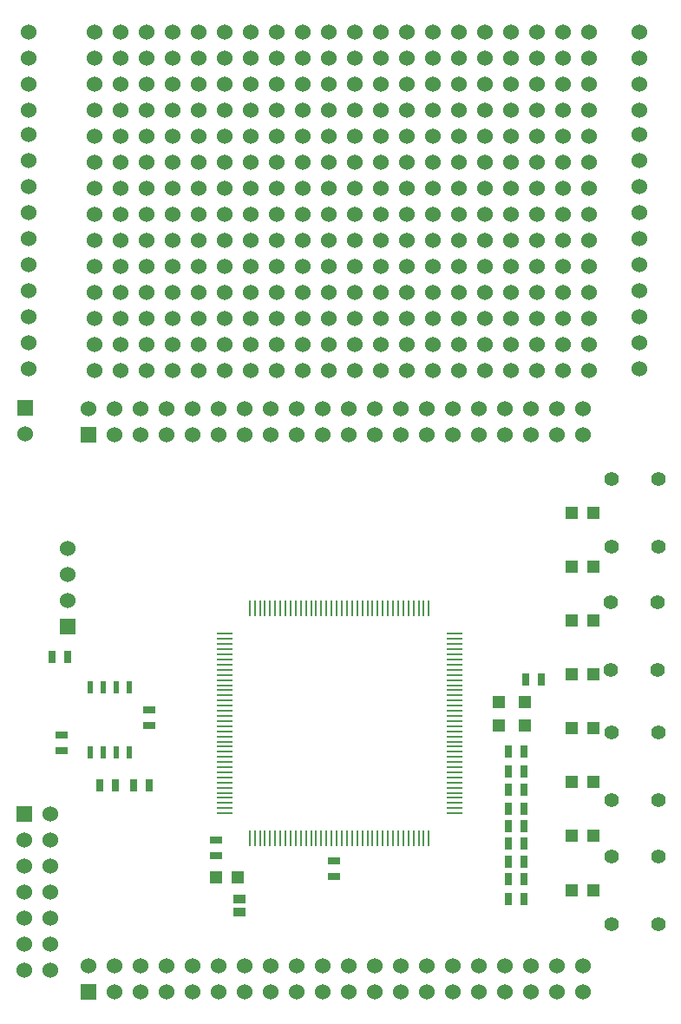
<source format=gts>
G04 (created by PCBNEW (2013-jul-07)-stable) date Sat 01 Nov 2014 03:24:29 PM PDT*
%MOIN*%
G04 Gerber Fmt 3.4, Leading zero omitted, Abs format*
%FSLAX34Y34*%
G01*
G70*
G90*
G04 APERTURE LIST*
%ADD10C,0.00590551*%
%ADD11C,0.055*%
%ADD12R,0.0591X0.0106299*%
%ADD13R,0.0106299X0.0591*%
%ADD14R,0.00944882X0.0591*%
%ADD15R,0.06X0.06*%
%ADD16C,0.06*%
%ADD17R,0.0472X0.0472*%
%ADD18R,0.05X0.038*%
%ADD19R,0.025X0.045*%
%ADD20R,0.045X0.025*%
%ADD21R,0.02X0.045*%
%ADD22R,0.0507874X0.0507874*%
G04 APERTURE END LIST*
G54D10*
G54D11*
X91600Y-49200D03*
X93400Y-49200D03*
X91600Y-51800D03*
X93400Y-51800D03*
X91600Y-44450D03*
X93400Y-44450D03*
X91600Y-47050D03*
X93400Y-47050D03*
X91588Y-39440D03*
X93388Y-39440D03*
X91588Y-42040D03*
X93388Y-42040D03*
X91600Y-34700D03*
X93400Y-34700D03*
X91600Y-37300D03*
X93400Y-37300D03*
G54D12*
X85580Y-47543D03*
X85580Y-47346D03*
X85580Y-47149D03*
X85580Y-46952D03*
X85580Y-46755D03*
X85580Y-46559D03*
X85580Y-46362D03*
X85580Y-46165D03*
X85580Y-45968D03*
X85580Y-45771D03*
X85580Y-45574D03*
X85580Y-45377D03*
X85580Y-45181D03*
X85580Y-44984D03*
X85580Y-44787D03*
X85580Y-44590D03*
X85580Y-44393D03*
X85580Y-44196D03*
X85580Y-44000D03*
X85580Y-43803D03*
X85580Y-43606D03*
X85580Y-43409D03*
X85580Y-43212D03*
X85580Y-43015D03*
X85580Y-42818D03*
X85580Y-42622D03*
X85580Y-42425D03*
X85580Y-42228D03*
X85580Y-42031D03*
X85580Y-41834D03*
X85580Y-41637D03*
X85580Y-41440D03*
X85580Y-41244D03*
X85580Y-41047D03*
X85580Y-40850D03*
X85580Y-40653D03*
G54D13*
X84596Y-48488D03*
X84399Y-48488D03*
X84202Y-48488D03*
X84005Y-48488D03*
X83809Y-48488D03*
X83612Y-48488D03*
X83415Y-48488D03*
X83218Y-48488D03*
X84399Y-39669D03*
X84202Y-39669D03*
X84005Y-39669D03*
X83809Y-39669D03*
X83612Y-39669D03*
X83415Y-39669D03*
X83218Y-39669D03*
X83021Y-39669D03*
X82824Y-39669D03*
X82627Y-39669D03*
X82431Y-39669D03*
X84596Y-39669D03*
X82234Y-39669D03*
G54D14*
X82037Y-39669D03*
G54D13*
X81840Y-39669D03*
X81643Y-39669D03*
X81446Y-39669D03*
X81250Y-39669D03*
X81053Y-39669D03*
X80856Y-39669D03*
X80659Y-39669D03*
X80462Y-39669D03*
X80265Y-39669D03*
X80068Y-39669D03*
X79872Y-39669D03*
X79675Y-39669D03*
X79478Y-39669D03*
X79281Y-39669D03*
X79084Y-39669D03*
X78887Y-39669D03*
X78690Y-39669D03*
X78494Y-39669D03*
X78297Y-39669D03*
X78100Y-39669D03*
X77903Y-39669D03*
X77706Y-39669D03*
G54D12*
X76761Y-40653D03*
X76761Y-40850D03*
X76761Y-41047D03*
X76761Y-41244D03*
X76761Y-41440D03*
X76761Y-41637D03*
X76761Y-41834D03*
X76761Y-42031D03*
X76761Y-42228D03*
X76761Y-42425D03*
X76761Y-42622D03*
X76761Y-42818D03*
X76761Y-43015D03*
X76761Y-43212D03*
X76761Y-43409D03*
X76761Y-43606D03*
X76761Y-43803D03*
X76761Y-44000D03*
X76761Y-44196D03*
X76761Y-44393D03*
X76761Y-44590D03*
X76761Y-44787D03*
X76761Y-44984D03*
X76761Y-45181D03*
X76761Y-45377D03*
X76761Y-45574D03*
X76761Y-45771D03*
X76761Y-45968D03*
X76761Y-46165D03*
X76761Y-46362D03*
X76761Y-46559D03*
X76761Y-46755D03*
X76761Y-46952D03*
X76761Y-47149D03*
X76761Y-47346D03*
X76761Y-47543D03*
G54D13*
X77706Y-48488D03*
X77903Y-48488D03*
X78100Y-48488D03*
X78297Y-48488D03*
X78494Y-48488D03*
X78690Y-48488D03*
X78887Y-48488D03*
X79084Y-48488D03*
X79281Y-48488D03*
X79478Y-48488D03*
X79675Y-48488D03*
X79872Y-48488D03*
X80068Y-48488D03*
X80265Y-48488D03*
X80462Y-48488D03*
X80659Y-48488D03*
X80856Y-48488D03*
X81053Y-48488D03*
X81250Y-48488D03*
X81446Y-48488D03*
X81643Y-48488D03*
X81840Y-48488D03*
X82037Y-48488D03*
X82234Y-48488D03*
X82431Y-48488D03*
X82627Y-48488D03*
X82824Y-48488D03*
X83021Y-48488D03*
G54D15*
X69094Y-31980D03*
G54D16*
X69094Y-32980D03*
G54D17*
X90087Y-50500D03*
X90913Y-50500D03*
X90087Y-48420D03*
X90913Y-48420D03*
X90087Y-46350D03*
X90913Y-46350D03*
X90087Y-44280D03*
X90913Y-44280D03*
X90087Y-42210D03*
X90913Y-42210D03*
X90087Y-40140D03*
X90913Y-40140D03*
X90087Y-38070D03*
X90913Y-38070D03*
X90087Y-36000D03*
X90913Y-36000D03*
X77237Y-50013D03*
X76411Y-50013D03*
G54D18*
X77300Y-50850D03*
X77300Y-51350D03*
G54D19*
X87650Y-45160D03*
X88250Y-45160D03*
G54D20*
X80952Y-49383D03*
X80952Y-49983D03*
G54D19*
X88314Y-42387D03*
X88914Y-42387D03*
X73243Y-46456D03*
X73843Y-46456D03*
G54D20*
X76417Y-48558D03*
X76417Y-49158D03*
X70472Y-44542D03*
X70472Y-45142D03*
G54D16*
X90500Y-32000D03*
X90500Y-33000D03*
X85500Y-32000D03*
X89500Y-33000D03*
X84500Y-32000D03*
X88500Y-33000D03*
X83500Y-32000D03*
X87500Y-33000D03*
X82500Y-32000D03*
X86500Y-33000D03*
X81500Y-32000D03*
X85500Y-33000D03*
X80500Y-32000D03*
X84500Y-33000D03*
X79500Y-32000D03*
X83500Y-33000D03*
X78500Y-32000D03*
X82500Y-33000D03*
X77500Y-32000D03*
X81500Y-33000D03*
X76500Y-32000D03*
X80500Y-33000D03*
X75500Y-32000D03*
X79500Y-33000D03*
X78500Y-33000D03*
X74500Y-32000D03*
X77500Y-33000D03*
X75500Y-33000D03*
X74500Y-33000D03*
X73500Y-33000D03*
X72500Y-33000D03*
X73500Y-32000D03*
X72500Y-32000D03*
X89500Y-32000D03*
X88500Y-32000D03*
X87500Y-32000D03*
X86500Y-32000D03*
X71500Y-32000D03*
G54D15*
X71500Y-33000D03*
G54D16*
X76500Y-33000D03*
X90500Y-53400D03*
X90500Y-54400D03*
X85500Y-53400D03*
X89500Y-54400D03*
X84500Y-53400D03*
X88500Y-54400D03*
X83500Y-53400D03*
X87500Y-54400D03*
X82500Y-53400D03*
X86500Y-54400D03*
X81500Y-53400D03*
X85500Y-54400D03*
X80500Y-53400D03*
X84500Y-54400D03*
X79500Y-53400D03*
X83500Y-54400D03*
X78500Y-53400D03*
X82500Y-54400D03*
X77500Y-53400D03*
X81500Y-54400D03*
X76500Y-53400D03*
X80500Y-54400D03*
X75500Y-53400D03*
X79500Y-54400D03*
X78500Y-54400D03*
X74500Y-53400D03*
X77500Y-54400D03*
X75500Y-54400D03*
X74500Y-54400D03*
X73500Y-54400D03*
X72500Y-54400D03*
X73500Y-53400D03*
X72500Y-53400D03*
X89500Y-53400D03*
X88500Y-53400D03*
X87500Y-53400D03*
X86500Y-53400D03*
X71500Y-53400D03*
G54D15*
X71500Y-54400D03*
G54D16*
X76500Y-54400D03*
G54D19*
X87652Y-45944D03*
X88252Y-45944D03*
X87652Y-46653D03*
X88252Y-46653D03*
X87652Y-47362D03*
X88252Y-47362D03*
X87652Y-48031D03*
X88252Y-48031D03*
X87652Y-48700D03*
X88252Y-48700D03*
X87652Y-49409D03*
X88252Y-49409D03*
X87652Y-50078D03*
X88252Y-50078D03*
X87652Y-50826D03*
X88252Y-50826D03*
G54D15*
X69040Y-47560D03*
G54D16*
X70040Y-47560D03*
X69040Y-48560D03*
X70040Y-48560D03*
X69040Y-49560D03*
X70040Y-49560D03*
X69040Y-50560D03*
X70040Y-50560D03*
X69040Y-51560D03*
X70040Y-51560D03*
X69040Y-52560D03*
X70040Y-52560D03*
X69040Y-53560D03*
X70040Y-53560D03*
G54D21*
X73072Y-45187D03*
X72572Y-45187D03*
X72072Y-45187D03*
X71572Y-45187D03*
X71572Y-42687D03*
X72072Y-42687D03*
X72572Y-42687D03*
X73072Y-42687D03*
G54D20*
X73858Y-43558D03*
X73858Y-44158D03*
G54D19*
X71944Y-46456D03*
X72544Y-46456D03*
G54D15*
X70708Y-40358D03*
G54D16*
X70708Y-39358D03*
X70708Y-38358D03*
X70708Y-37358D03*
X92692Y-20543D03*
X92692Y-19543D03*
X92692Y-18543D03*
X92692Y-17543D03*
X92692Y-17543D03*
X92692Y-18543D03*
X92692Y-19543D03*
X92692Y-20543D03*
X92692Y-20543D03*
X92692Y-19543D03*
X92692Y-18543D03*
X92692Y-17543D03*
X92692Y-21480D03*
X92692Y-22480D03*
X92692Y-23480D03*
X92692Y-24480D03*
X92692Y-24480D03*
X92692Y-23480D03*
X92692Y-22480D03*
X92692Y-21480D03*
X92692Y-21480D03*
X92692Y-22480D03*
X92692Y-23480D03*
X92692Y-24480D03*
X92692Y-30480D03*
X92692Y-29480D03*
X92692Y-28480D03*
X92692Y-27480D03*
X92692Y-26480D03*
X92692Y-25480D03*
X92692Y-24480D03*
X92692Y-23480D03*
X92692Y-22480D03*
X92692Y-21480D03*
X69216Y-20543D03*
X69216Y-19543D03*
X69216Y-18543D03*
X69216Y-17543D03*
X69216Y-17543D03*
X69216Y-18543D03*
X69216Y-19543D03*
X69216Y-20543D03*
X69216Y-20543D03*
X69216Y-19543D03*
X69216Y-18543D03*
X69216Y-17543D03*
X69216Y-21480D03*
X69216Y-22480D03*
X69216Y-23480D03*
X69216Y-24480D03*
X69216Y-24480D03*
X69216Y-23480D03*
X69216Y-22480D03*
X69216Y-21480D03*
X69216Y-21480D03*
X69216Y-22480D03*
X69216Y-23480D03*
X69216Y-24480D03*
X69216Y-30480D03*
X69216Y-29480D03*
X69216Y-28480D03*
X69216Y-27480D03*
X69216Y-26480D03*
X69216Y-25480D03*
X69216Y-24480D03*
X69216Y-23480D03*
X69216Y-22480D03*
X69216Y-21480D03*
G54D22*
X88275Y-44163D03*
X87275Y-44163D03*
X88267Y-43277D03*
X87283Y-43277D03*
G54D19*
X70121Y-41551D03*
X70721Y-41551D03*
G54D16*
X87744Y-18539D03*
X86744Y-18539D03*
X90744Y-18539D03*
X89744Y-18539D03*
X88744Y-18539D03*
X85744Y-18539D03*
X84744Y-18539D03*
X83744Y-18539D03*
X82744Y-18539D03*
X81744Y-18539D03*
X80744Y-18539D03*
X79744Y-18539D03*
X78744Y-18539D03*
X77744Y-18539D03*
X76744Y-18539D03*
X75744Y-18539D03*
X74744Y-18539D03*
X73744Y-18539D03*
X72744Y-18539D03*
X71744Y-18539D03*
X90744Y-17539D03*
X89744Y-17539D03*
X88744Y-17539D03*
X87744Y-17539D03*
X86744Y-17539D03*
X85744Y-17539D03*
X84744Y-17539D03*
X83744Y-17539D03*
X82744Y-17539D03*
X81744Y-17539D03*
X80744Y-17539D03*
X79744Y-17539D03*
X78744Y-17539D03*
X77744Y-17539D03*
X76744Y-17539D03*
X75744Y-17539D03*
X74744Y-17539D03*
X73744Y-17539D03*
X72744Y-17539D03*
X71744Y-17539D03*
X71744Y-17539D03*
X72744Y-17539D03*
X73744Y-17539D03*
X74744Y-17539D03*
X75744Y-17539D03*
X76744Y-17539D03*
X77744Y-17539D03*
X78744Y-17539D03*
X79744Y-17539D03*
X80744Y-17539D03*
X81744Y-17539D03*
X82744Y-17539D03*
X83744Y-17539D03*
X84744Y-17539D03*
X85744Y-17539D03*
X86744Y-17539D03*
X87744Y-17539D03*
X88744Y-17539D03*
X89744Y-17539D03*
X90744Y-17539D03*
X71744Y-18539D03*
X72744Y-18539D03*
X73744Y-18539D03*
X74744Y-18539D03*
X75744Y-18539D03*
X76744Y-18539D03*
X77744Y-18539D03*
X78744Y-18539D03*
X79744Y-18539D03*
X80744Y-18539D03*
X81744Y-18539D03*
X82744Y-18539D03*
X83744Y-18539D03*
X84744Y-18539D03*
X85744Y-18539D03*
X88744Y-18539D03*
X89744Y-18539D03*
X90744Y-18539D03*
X86744Y-18539D03*
X87744Y-18539D03*
X87744Y-20539D03*
X86744Y-20539D03*
X90744Y-20539D03*
X89744Y-20539D03*
X88744Y-20539D03*
X85744Y-20539D03*
X84744Y-20539D03*
X83744Y-20539D03*
X82744Y-20539D03*
X81744Y-20539D03*
X80744Y-20539D03*
X79744Y-20539D03*
X78744Y-20539D03*
X77744Y-20539D03*
X76744Y-20539D03*
X75744Y-20539D03*
X74744Y-20539D03*
X73744Y-20539D03*
X72744Y-20539D03*
X71744Y-20539D03*
X90744Y-19539D03*
X89744Y-19539D03*
X88744Y-19539D03*
X87744Y-19539D03*
X86744Y-19539D03*
X85744Y-19539D03*
X84744Y-19539D03*
X83744Y-19539D03*
X82744Y-19539D03*
X81744Y-19539D03*
X80744Y-19539D03*
X79744Y-19539D03*
X78744Y-19539D03*
X77744Y-19539D03*
X76744Y-19539D03*
X75744Y-19539D03*
X74744Y-19539D03*
X73744Y-19539D03*
X72744Y-19539D03*
X71744Y-19539D03*
X71744Y-19539D03*
X72744Y-19539D03*
X73744Y-19539D03*
X74744Y-19539D03*
X75744Y-19539D03*
X76744Y-19539D03*
X77744Y-19539D03*
X78744Y-19539D03*
X79744Y-19539D03*
X80744Y-19539D03*
X81744Y-19539D03*
X82744Y-19539D03*
X83744Y-19539D03*
X84744Y-19539D03*
X85744Y-19539D03*
X86744Y-19539D03*
X87744Y-19539D03*
X88744Y-19539D03*
X89744Y-19539D03*
X90744Y-19539D03*
X71744Y-20539D03*
X72744Y-20539D03*
X73744Y-20539D03*
X74744Y-20539D03*
X75744Y-20539D03*
X76744Y-20539D03*
X77744Y-20539D03*
X78744Y-20539D03*
X79744Y-20539D03*
X80744Y-20539D03*
X81744Y-20539D03*
X82744Y-20539D03*
X83744Y-20539D03*
X84744Y-20539D03*
X85744Y-20539D03*
X88744Y-20539D03*
X89744Y-20539D03*
X90744Y-20539D03*
X86744Y-20539D03*
X87744Y-20539D03*
X87744Y-24539D03*
X86744Y-24539D03*
X90744Y-24539D03*
X89744Y-24539D03*
X88744Y-24539D03*
X85744Y-24539D03*
X84744Y-24539D03*
X83744Y-24539D03*
X82744Y-24539D03*
X81744Y-24539D03*
X80744Y-24539D03*
X79744Y-24539D03*
X78744Y-24539D03*
X77744Y-24539D03*
X76744Y-24539D03*
X75744Y-24539D03*
X74744Y-24539D03*
X73744Y-24539D03*
X72744Y-24539D03*
X71744Y-24539D03*
X90744Y-23539D03*
X89744Y-23539D03*
X88744Y-23539D03*
X87744Y-23539D03*
X86744Y-23539D03*
X85744Y-23539D03*
X84744Y-23539D03*
X83744Y-23539D03*
X82744Y-23539D03*
X81744Y-23539D03*
X80744Y-23539D03*
X79744Y-23539D03*
X78744Y-23539D03*
X77744Y-23539D03*
X76744Y-23539D03*
X75744Y-23539D03*
X74744Y-23539D03*
X73744Y-23539D03*
X72744Y-23539D03*
X71744Y-23539D03*
X71744Y-23539D03*
X72744Y-23539D03*
X73744Y-23539D03*
X74744Y-23539D03*
X75744Y-23539D03*
X76744Y-23539D03*
X77744Y-23539D03*
X78744Y-23539D03*
X79744Y-23539D03*
X80744Y-23539D03*
X81744Y-23539D03*
X82744Y-23539D03*
X83744Y-23539D03*
X84744Y-23539D03*
X85744Y-23539D03*
X86744Y-23539D03*
X87744Y-23539D03*
X88744Y-23539D03*
X89744Y-23539D03*
X90744Y-23539D03*
X71744Y-24539D03*
X72744Y-24539D03*
X73744Y-24539D03*
X74744Y-24539D03*
X75744Y-24539D03*
X76744Y-24539D03*
X77744Y-24539D03*
X78744Y-24539D03*
X79744Y-24539D03*
X80744Y-24539D03*
X81744Y-24539D03*
X82744Y-24539D03*
X83744Y-24539D03*
X84744Y-24539D03*
X85744Y-24539D03*
X88744Y-24539D03*
X89744Y-24539D03*
X90744Y-24539D03*
X86744Y-24539D03*
X87744Y-24539D03*
X87744Y-22539D03*
X86744Y-22539D03*
X90744Y-22539D03*
X89744Y-22539D03*
X88744Y-22539D03*
X85744Y-22539D03*
X84744Y-22539D03*
X83744Y-22539D03*
X82744Y-22539D03*
X81744Y-22539D03*
X80744Y-22539D03*
X79744Y-22539D03*
X78744Y-22539D03*
X77744Y-22539D03*
X76744Y-22539D03*
X75744Y-22539D03*
X74744Y-22539D03*
X73744Y-22539D03*
X72744Y-22539D03*
X71744Y-22539D03*
X90744Y-21539D03*
X89744Y-21539D03*
X88744Y-21539D03*
X87744Y-21539D03*
X86744Y-21539D03*
X85744Y-21539D03*
X84744Y-21539D03*
X83744Y-21539D03*
X82744Y-21539D03*
X81744Y-21539D03*
X80744Y-21539D03*
X79744Y-21539D03*
X78744Y-21539D03*
X77744Y-21539D03*
X76744Y-21539D03*
X75744Y-21539D03*
X74744Y-21539D03*
X73744Y-21539D03*
X72744Y-21539D03*
X71744Y-21539D03*
X71744Y-21539D03*
X72744Y-21539D03*
X73744Y-21539D03*
X74744Y-21539D03*
X75744Y-21539D03*
X76744Y-21539D03*
X77744Y-21539D03*
X78744Y-21539D03*
X79744Y-21539D03*
X80744Y-21539D03*
X81744Y-21539D03*
X82744Y-21539D03*
X83744Y-21539D03*
X84744Y-21539D03*
X85744Y-21539D03*
X86744Y-21539D03*
X87744Y-21539D03*
X88744Y-21539D03*
X89744Y-21539D03*
X90744Y-21539D03*
X71744Y-22539D03*
X72744Y-22539D03*
X73744Y-22539D03*
X74744Y-22539D03*
X75744Y-22539D03*
X76744Y-22539D03*
X77744Y-22539D03*
X78744Y-22539D03*
X79744Y-22539D03*
X80744Y-22539D03*
X81744Y-22539D03*
X82744Y-22539D03*
X83744Y-22539D03*
X84744Y-22539D03*
X85744Y-22539D03*
X88744Y-22539D03*
X89744Y-22539D03*
X90744Y-22539D03*
X86744Y-22539D03*
X87744Y-22539D03*
X87744Y-22539D03*
X86744Y-22539D03*
X90744Y-22539D03*
X89744Y-22539D03*
X88744Y-22539D03*
X85744Y-22539D03*
X84744Y-22539D03*
X83744Y-22539D03*
X82744Y-22539D03*
X81744Y-22539D03*
X80744Y-22539D03*
X79744Y-22539D03*
X78744Y-22539D03*
X77744Y-22539D03*
X76744Y-22539D03*
X75744Y-22539D03*
X74744Y-22539D03*
X73744Y-22539D03*
X72744Y-22539D03*
X71744Y-22539D03*
X90744Y-21539D03*
X89744Y-21539D03*
X88744Y-21539D03*
X87744Y-21539D03*
X86744Y-21539D03*
X85744Y-21539D03*
X84744Y-21539D03*
X83744Y-21539D03*
X82744Y-21539D03*
X81744Y-21539D03*
X80744Y-21539D03*
X79744Y-21539D03*
X78744Y-21539D03*
X77744Y-21539D03*
X76744Y-21539D03*
X75744Y-21539D03*
X74744Y-21539D03*
X73744Y-21539D03*
X72744Y-21539D03*
X71744Y-21539D03*
X71744Y-21539D03*
X72744Y-21539D03*
X73744Y-21539D03*
X74744Y-21539D03*
X75744Y-21539D03*
X76744Y-21539D03*
X77744Y-21539D03*
X78744Y-21539D03*
X79744Y-21539D03*
X80744Y-21539D03*
X81744Y-21539D03*
X82744Y-21539D03*
X83744Y-21539D03*
X84744Y-21539D03*
X85744Y-21539D03*
X86744Y-21539D03*
X87744Y-21539D03*
X88744Y-21539D03*
X89744Y-21539D03*
X90744Y-21539D03*
X71744Y-22539D03*
X72744Y-22539D03*
X73744Y-22539D03*
X74744Y-22539D03*
X75744Y-22539D03*
X76744Y-22539D03*
X77744Y-22539D03*
X78744Y-22539D03*
X79744Y-22539D03*
X80744Y-22539D03*
X81744Y-22539D03*
X82744Y-22539D03*
X83744Y-22539D03*
X84744Y-22539D03*
X85744Y-22539D03*
X88744Y-22539D03*
X89744Y-22539D03*
X90744Y-22539D03*
X86744Y-22539D03*
X87744Y-22539D03*
X87744Y-24539D03*
X86744Y-24539D03*
X90744Y-24539D03*
X89744Y-24539D03*
X88744Y-24539D03*
X85744Y-24539D03*
X84744Y-24539D03*
X83744Y-24539D03*
X82744Y-24539D03*
X81744Y-24539D03*
X80744Y-24539D03*
X79744Y-24539D03*
X78744Y-24539D03*
X77744Y-24539D03*
X76744Y-24539D03*
X75744Y-24539D03*
X74744Y-24539D03*
X73744Y-24539D03*
X72744Y-24539D03*
X71744Y-24539D03*
X90744Y-23539D03*
X89744Y-23539D03*
X88744Y-23539D03*
X87744Y-23539D03*
X86744Y-23539D03*
X85744Y-23539D03*
X84744Y-23539D03*
X83744Y-23539D03*
X82744Y-23539D03*
X81744Y-23539D03*
X80744Y-23539D03*
X79744Y-23539D03*
X78744Y-23539D03*
X77744Y-23539D03*
X76744Y-23539D03*
X75744Y-23539D03*
X74744Y-23539D03*
X73744Y-23539D03*
X72744Y-23539D03*
X71744Y-23539D03*
X71744Y-23539D03*
X72744Y-23539D03*
X73744Y-23539D03*
X74744Y-23539D03*
X75744Y-23539D03*
X76744Y-23539D03*
X77744Y-23539D03*
X78744Y-23539D03*
X79744Y-23539D03*
X80744Y-23539D03*
X81744Y-23539D03*
X82744Y-23539D03*
X83744Y-23539D03*
X84744Y-23539D03*
X85744Y-23539D03*
X86744Y-23539D03*
X87744Y-23539D03*
X88744Y-23539D03*
X89744Y-23539D03*
X90744Y-23539D03*
X71744Y-24539D03*
X72744Y-24539D03*
X73744Y-24539D03*
X74744Y-24539D03*
X75744Y-24539D03*
X76744Y-24539D03*
X77744Y-24539D03*
X78744Y-24539D03*
X79744Y-24539D03*
X80744Y-24539D03*
X81744Y-24539D03*
X82744Y-24539D03*
X83744Y-24539D03*
X84744Y-24539D03*
X85744Y-24539D03*
X88744Y-24539D03*
X89744Y-24539D03*
X90744Y-24539D03*
X86744Y-24539D03*
X87744Y-24539D03*
X87744Y-20539D03*
X86744Y-20539D03*
X90744Y-20539D03*
X89744Y-20539D03*
X88744Y-20539D03*
X85744Y-20539D03*
X84744Y-20539D03*
X83744Y-20539D03*
X82744Y-20539D03*
X81744Y-20539D03*
X80744Y-20539D03*
X79744Y-20539D03*
X78744Y-20539D03*
X77744Y-20539D03*
X76744Y-20539D03*
X75744Y-20539D03*
X74744Y-20539D03*
X73744Y-20539D03*
X72744Y-20539D03*
X71744Y-20539D03*
X90744Y-19539D03*
X89744Y-19539D03*
X88744Y-19539D03*
X87744Y-19539D03*
X86744Y-19539D03*
X85744Y-19539D03*
X84744Y-19539D03*
X83744Y-19539D03*
X82744Y-19539D03*
X81744Y-19539D03*
X80744Y-19539D03*
X79744Y-19539D03*
X78744Y-19539D03*
X77744Y-19539D03*
X76744Y-19539D03*
X75744Y-19539D03*
X74744Y-19539D03*
X73744Y-19539D03*
X72744Y-19539D03*
X71744Y-19539D03*
X71744Y-19539D03*
X72744Y-19539D03*
X73744Y-19539D03*
X74744Y-19539D03*
X75744Y-19539D03*
X76744Y-19539D03*
X77744Y-19539D03*
X78744Y-19539D03*
X79744Y-19539D03*
X80744Y-19539D03*
X81744Y-19539D03*
X82744Y-19539D03*
X83744Y-19539D03*
X84744Y-19539D03*
X85744Y-19539D03*
X86744Y-19539D03*
X87744Y-19539D03*
X88744Y-19539D03*
X89744Y-19539D03*
X90744Y-19539D03*
X71744Y-20539D03*
X72744Y-20539D03*
X73744Y-20539D03*
X74744Y-20539D03*
X75744Y-20539D03*
X76744Y-20539D03*
X77744Y-20539D03*
X78744Y-20539D03*
X79744Y-20539D03*
X80744Y-20539D03*
X81744Y-20539D03*
X82744Y-20539D03*
X83744Y-20539D03*
X84744Y-20539D03*
X85744Y-20539D03*
X88744Y-20539D03*
X89744Y-20539D03*
X90744Y-20539D03*
X86744Y-20539D03*
X87744Y-20539D03*
X87744Y-18539D03*
X86744Y-18539D03*
X90744Y-18539D03*
X89744Y-18539D03*
X88744Y-18539D03*
X85744Y-18539D03*
X84744Y-18539D03*
X83744Y-18539D03*
X82744Y-18539D03*
X81744Y-18539D03*
X80744Y-18539D03*
X79744Y-18539D03*
X78744Y-18539D03*
X77744Y-18539D03*
X76744Y-18539D03*
X75744Y-18539D03*
X74744Y-18539D03*
X73744Y-18539D03*
X72744Y-18539D03*
X71744Y-18539D03*
X90744Y-17539D03*
X89744Y-17539D03*
X88744Y-17539D03*
X87744Y-17539D03*
X86744Y-17539D03*
X85744Y-17539D03*
X84744Y-17539D03*
X83744Y-17539D03*
X82744Y-17539D03*
X81744Y-17539D03*
X80744Y-17539D03*
X79744Y-17539D03*
X78744Y-17539D03*
X77744Y-17539D03*
X76744Y-17539D03*
X75744Y-17539D03*
X74744Y-17539D03*
X73744Y-17539D03*
X72744Y-17539D03*
X71744Y-17539D03*
X71744Y-17539D03*
X72744Y-17539D03*
X73744Y-17539D03*
X74744Y-17539D03*
X75744Y-17539D03*
X76744Y-17539D03*
X77744Y-17539D03*
X78744Y-17539D03*
X79744Y-17539D03*
X80744Y-17539D03*
X81744Y-17539D03*
X82744Y-17539D03*
X83744Y-17539D03*
X84744Y-17539D03*
X85744Y-17539D03*
X86744Y-17539D03*
X87744Y-17539D03*
X88744Y-17539D03*
X89744Y-17539D03*
X90744Y-17539D03*
X71744Y-18539D03*
X72744Y-18539D03*
X73744Y-18539D03*
X74744Y-18539D03*
X75744Y-18539D03*
X76744Y-18539D03*
X77744Y-18539D03*
X78744Y-18539D03*
X79744Y-18539D03*
X80744Y-18539D03*
X81744Y-18539D03*
X82744Y-18539D03*
X83744Y-18539D03*
X84744Y-18539D03*
X85744Y-18539D03*
X88744Y-18539D03*
X89744Y-18539D03*
X90744Y-18539D03*
X86744Y-18539D03*
X87744Y-18539D03*
X87744Y-26539D03*
X86744Y-26539D03*
X90744Y-26539D03*
X89744Y-26539D03*
X88744Y-26539D03*
X85744Y-26539D03*
X84744Y-26539D03*
X83744Y-26539D03*
X82744Y-26539D03*
X81744Y-26539D03*
X80744Y-26539D03*
X79744Y-26539D03*
X78744Y-26539D03*
X77744Y-26539D03*
X76744Y-26539D03*
X75744Y-26539D03*
X74744Y-26539D03*
X73744Y-26539D03*
X72744Y-26539D03*
X71744Y-26539D03*
X90744Y-25539D03*
X89744Y-25539D03*
X88744Y-25539D03*
X87744Y-25539D03*
X86744Y-25539D03*
X85744Y-25539D03*
X84744Y-25539D03*
X83744Y-25539D03*
X82744Y-25539D03*
X81744Y-25539D03*
X80744Y-25539D03*
X79744Y-25539D03*
X78744Y-25539D03*
X77744Y-25539D03*
X76744Y-25539D03*
X75744Y-25539D03*
X74744Y-25539D03*
X73744Y-25539D03*
X72744Y-25539D03*
X71744Y-25539D03*
X71744Y-25539D03*
X72744Y-25539D03*
X73744Y-25539D03*
X74744Y-25539D03*
X75744Y-25539D03*
X76744Y-25539D03*
X77744Y-25539D03*
X78744Y-25539D03*
X79744Y-25539D03*
X80744Y-25539D03*
X81744Y-25539D03*
X82744Y-25539D03*
X83744Y-25539D03*
X84744Y-25539D03*
X85744Y-25539D03*
X86744Y-25539D03*
X87744Y-25539D03*
X88744Y-25539D03*
X89744Y-25539D03*
X90744Y-25539D03*
X71744Y-26539D03*
X72744Y-26539D03*
X73744Y-26539D03*
X74744Y-26539D03*
X75744Y-26539D03*
X76744Y-26539D03*
X77744Y-26539D03*
X78744Y-26539D03*
X79744Y-26539D03*
X80744Y-26539D03*
X81744Y-26539D03*
X82744Y-26539D03*
X83744Y-26539D03*
X84744Y-26539D03*
X85744Y-26539D03*
X88744Y-26539D03*
X89744Y-26539D03*
X90744Y-26539D03*
X86744Y-26539D03*
X87744Y-26539D03*
X87744Y-28539D03*
X86744Y-28539D03*
X90744Y-28539D03*
X89744Y-28539D03*
X88744Y-28539D03*
X85744Y-28539D03*
X84744Y-28539D03*
X83744Y-28539D03*
X82744Y-28539D03*
X81744Y-28539D03*
X80744Y-28539D03*
X79744Y-28539D03*
X78744Y-28539D03*
X77744Y-28539D03*
X76744Y-28539D03*
X75744Y-28539D03*
X74744Y-28539D03*
X73744Y-28539D03*
X72744Y-28539D03*
X71744Y-28539D03*
X90744Y-27539D03*
X89744Y-27539D03*
X88744Y-27539D03*
X87744Y-27539D03*
X86744Y-27539D03*
X85744Y-27539D03*
X84744Y-27539D03*
X83744Y-27539D03*
X82744Y-27539D03*
X81744Y-27539D03*
X80744Y-27539D03*
X79744Y-27539D03*
X78744Y-27539D03*
X77744Y-27539D03*
X76744Y-27539D03*
X75744Y-27539D03*
X74744Y-27539D03*
X73744Y-27539D03*
X72744Y-27539D03*
X71744Y-27539D03*
X71744Y-27539D03*
X72744Y-27539D03*
X73744Y-27539D03*
X74744Y-27539D03*
X75744Y-27539D03*
X76744Y-27539D03*
X77744Y-27539D03*
X78744Y-27539D03*
X79744Y-27539D03*
X80744Y-27539D03*
X81744Y-27539D03*
X82744Y-27539D03*
X83744Y-27539D03*
X84744Y-27539D03*
X85744Y-27539D03*
X86744Y-27539D03*
X87744Y-27539D03*
X88744Y-27539D03*
X89744Y-27539D03*
X90744Y-27539D03*
X71744Y-28539D03*
X72744Y-28539D03*
X73744Y-28539D03*
X74744Y-28539D03*
X75744Y-28539D03*
X76744Y-28539D03*
X77744Y-28539D03*
X78744Y-28539D03*
X79744Y-28539D03*
X80744Y-28539D03*
X81744Y-28539D03*
X82744Y-28539D03*
X83744Y-28539D03*
X84744Y-28539D03*
X85744Y-28539D03*
X88744Y-28539D03*
X89744Y-28539D03*
X90744Y-28539D03*
X86744Y-28539D03*
X87744Y-28539D03*
X87744Y-30539D03*
X86744Y-30539D03*
X90744Y-30539D03*
X89744Y-30539D03*
X88744Y-30539D03*
X85744Y-30539D03*
X84744Y-30539D03*
X83744Y-30539D03*
X82744Y-30539D03*
X81744Y-30539D03*
X80744Y-30539D03*
X79744Y-30539D03*
X78744Y-30539D03*
X77744Y-30539D03*
X76744Y-30539D03*
X75744Y-30539D03*
X74744Y-30539D03*
X73744Y-30539D03*
X72744Y-30539D03*
X71744Y-30539D03*
X90744Y-29539D03*
X89744Y-29539D03*
X88744Y-29539D03*
X87744Y-29539D03*
X86744Y-29539D03*
X85744Y-29539D03*
X84744Y-29539D03*
X83744Y-29539D03*
X82744Y-29539D03*
X81744Y-29539D03*
X80744Y-29539D03*
X79744Y-29539D03*
X78744Y-29539D03*
X77744Y-29539D03*
X76744Y-29539D03*
X75744Y-29539D03*
X74744Y-29539D03*
X73744Y-29539D03*
X72744Y-29539D03*
X71744Y-29539D03*
X71744Y-29539D03*
X72744Y-29539D03*
X73744Y-29539D03*
X74744Y-29539D03*
X75744Y-29539D03*
X76744Y-29539D03*
X77744Y-29539D03*
X78744Y-29539D03*
X79744Y-29539D03*
X80744Y-29539D03*
X81744Y-29539D03*
X82744Y-29539D03*
X83744Y-29539D03*
X84744Y-29539D03*
X85744Y-29539D03*
X86744Y-29539D03*
X87744Y-29539D03*
X88744Y-29539D03*
X89744Y-29539D03*
X90744Y-29539D03*
X71744Y-30539D03*
X72744Y-30539D03*
X73744Y-30539D03*
X74744Y-30539D03*
X75744Y-30539D03*
X76744Y-30539D03*
X77744Y-30539D03*
X78744Y-30539D03*
X79744Y-30539D03*
X80744Y-30539D03*
X81744Y-30539D03*
X82744Y-30539D03*
X83744Y-30539D03*
X84744Y-30539D03*
X85744Y-30539D03*
X88744Y-30539D03*
X89744Y-30539D03*
X90744Y-30539D03*
X86744Y-30539D03*
X87744Y-30539D03*
X87744Y-30539D03*
X86744Y-30539D03*
X90744Y-30539D03*
X89744Y-30539D03*
X88744Y-30539D03*
X85744Y-30539D03*
X84744Y-30539D03*
X83744Y-30539D03*
X82744Y-30539D03*
X81744Y-30539D03*
X80744Y-30539D03*
X79744Y-30539D03*
X78744Y-30539D03*
X77744Y-30539D03*
X76744Y-30539D03*
X75744Y-30539D03*
X74744Y-30539D03*
X73744Y-30539D03*
X72744Y-30539D03*
X71744Y-30539D03*
X90744Y-29539D03*
X89744Y-29539D03*
X88744Y-29539D03*
X87744Y-29539D03*
X86744Y-29539D03*
X85744Y-29539D03*
X84744Y-29539D03*
X83744Y-29539D03*
X82744Y-29539D03*
X81744Y-29539D03*
X80744Y-29539D03*
X79744Y-29539D03*
X78744Y-29539D03*
X77744Y-29539D03*
X76744Y-29539D03*
X75744Y-29539D03*
X74744Y-29539D03*
X73744Y-29539D03*
X72744Y-29539D03*
X71744Y-29539D03*
X71744Y-29539D03*
X72744Y-29539D03*
X73744Y-29539D03*
X74744Y-29539D03*
X75744Y-29539D03*
X76744Y-29539D03*
X77744Y-29539D03*
X78744Y-29539D03*
X79744Y-29539D03*
X80744Y-29539D03*
X81744Y-29539D03*
X82744Y-29539D03*
X83744Y-29539D03*
X84744Y-29539D03*
X85744Y-29539D03*
X86744Y-29539D03*
X87744Y-29539D03*
X88744Y-29539D03*
X89744Y-29539D03*
X90744Y-29539D03*
X71744Y-30539D03*
X72744Y-30539D03*
X73744Y-30539D03*
X74744Y-30539D03*
X75744Y-30539D03*
X76744Y-30539D03*
X77744Y-30539D03*
X78744Y-30539D03*
X79744Y-30539D03*
X80744Y-30539D03*
X81744Y-30539D03*
X82744Y-30539D03*
X83744Y-30539D03*
X84744Y-30539D03*
X85744Y-30539D03*
X88744Y-30539D03*
X89744Y-30539D03*
X90744Y-30539D03*
X86744Y-30539D03*
X87744Y-30539D03*
X87744Y-28539D03*
X86744Y-28539D03*
X90744Y-28539D03*
X89744Y-28539D03*
X88744Y-28539D03*
X85744Y-28539D03*
X84744Y-28539D03*
X83744Y-28539D03*
X82744Y-28539D03*
X81744Y-28539D03*
X80744Y-28539D03*
X79744Y-28539D03*
X78744Y-28539D03*
X77744Y-28539D03*
X76744Y-28539D03*
X75744Y-28539D03*
X74744Y-28539D03*
X73744Y-28539D03*
X72744Y-28539D03*
X71744Y-28539D03*
X90744Y-27539D03*
X89744Y-27539D03*
X88744Y-27539D03*
X87744Y-27539D03*
X86744Y-27539D03*
X85744Y-27539D03*
X84744Y-27539D03*
X83744Y-27539D03*
X82744Y-27539D03*
X81744Y-27539D03*
X80744Y-27539D03*
X79744Y-27539D03*
X78744Y-27539D03*
X77744Y-27539D03*
X76744Y-27539D03*
X75744Y-27539D03*
X74744Y-27539D03*
X73744Y-27539D03*
X72744Y-27539D03*
X71744Y-27539D03*
X71744Y-27539D03*
X72744Y-27539D03*
X73744Y-27539D03*
X74744Y-27539D03*
X75744Y-27539D03*
X76744Y-27539D03*
X77744Y-27539D03*
X78744Y-27539D03*
X79744Y-27539D03*
X80744Y-27539D03*
X81744Y-27539D03*
X82744Y-27539D03*
X83744Y-27539D03*
X84744Y-27539D03*
X85744Y-27539D03*
X86744Y-27539D03*
X87744Y-27539D03*
X88744Y-27539D03*
X89744Y-27539D03*
X90744Y-27539D03*
X71744Y-28539D03*
X72744Y-28539D03*
X73744Y-28539D03*
X74744Y-28539D03*
X75744Y-28539D03*
X76744Y-28539D03*
X77744Y-28539D03*
X78744Y-28539D03*
X79744Y-28539D03*
X80744Y-28539D03*
X81744Y-28539D03*
X82744Y-28539D03*
X83744Y-28539D03*
X84744Y-28539D03*
X85744Y-28539D03*
X88744Y-28539D03*
X89744Y-28539D03*
X90744Y-28539D03*
X86744Y-28539D03*
X87744Y-28539D03*
X87744Y-26539D03*
X86744Y-26539D03*
X90744Y-26539D03*
X89744Y-26539D03*
X88744Y-26539D03*
X85744Y-26539D03*
X84744Y-26539D03*
X83744Y-26539D03*
X82744Y-26539D03*
X81744Y-26539D03*
X80744Y-26539D03*
X79744Y-26539D03*
X78744Y-26539D03*
X77744Y-26539D03*
X76744Y-26539D03*
X75744Y-26539D03*
X74744Y-26539D03*
X73744Y-26539D03*
X72744Y-26539D03*
X71744Y-26539D03*
X90744Y-25539D03*
X89744Y-25539D03*
X88744Y-25539D03*
X87744Y-25539D03*
X86744Y-25539D03*
X85744Y-25539D03*
X84744Y-25539D03*
X83744Y-25539D03*
X82744Y-25539D03*
X81744Y-25539D03*
X80744Y-25539D03*
X79744Y-25539D03*
X78744Y-25539D03*
X77744Y-25539D03*
X76744Y-25539D03*
X75744Y-25539D03*
X74744Y-25539D03*
X73744Y-25539D03*
X72744Y-25539D03*
X71744Y-25539D03*
X71744Y-25539D03*
X72744Y-25539D03*
X73744Y-25539D03*
X74744Y-25539D03*
X75744Y-25539D03*
X76744Y-25539D03*
X77744Y-25539D03*
X78744Y-25539D03*
X79744Y-25539D03*
X80744Y-25539D03*
X81744Y-25539D03*
X82744Y-25539D03*
X83744Y-25539D03*
X84744Y-25539D03*
X85744Y-25539D03*
X86744Y-25539D03*
X87744Y-25539D03*
X88744Y-25539D03*
X89744Y-25539D03*
X90744Y-25539D03*
X71744Y-26539D03*
X72744Y-26539D03*
X73744Y-26539D03*
X74744Y-26539D03*
X75744Y-26539D03*
X76744Y-26539D03*
X77744Y-26539D03*
X78744Y-26539D03*
X79744Y-26539D03*
X80744Y-26539D03*
X81744Y-26539D03*
X82744Y-26539D03*
X83744Y-26539D03*
X84744Y-26539D03*
X85744Y-26539D03*
X88744Y-26539D03*
X89744Y-26539D03*
X90744Y-26539D03*
X86744Y-26539D03*
X87744Y-26539D03*
X87744Y-26539D03*
X86744Y-26539D03*
X90744Y-26539D03*
X89744Y-26539D03*
X88744Y-26539D03*
X85744Y-26539D03*
X84744Y-26539D03*
X83744Y-26539D03*
X82744Y-26539D03*
X81744Y-26539D03*
X80744Y-26539D03*
X79744Y-26539D03*
X78744Y-26539D03*
X77744Y-26539D03*
X76744Y-26539D03*
X75744Y-26539D03*
X74744Y-26539D03*
X73744Y-26539D03*
X72744Y-26539D03*
X71744Y-26539D03*
X90744Y-25539D03*
X89744Y-25539D03*
X88744Y-25539D03*
X87744Y-25539D03*
X86744Y-25539D03*
X85744Y-25539D03*
X84744Y-25539D03*
X83744Y-25539D03*
X82744Y-25539D03*
X81744Y-25539D03*
X80744Y-25539D03*
X79744Y-25539D03*
X78744Y-25539D03*
X77744Y-25539D03*
X76744Y-25539D03*
X75744Y-25539D03*
X74744Y-25539D03*
X73744Y-25539D03*
X72744Y-25539D03*
X71744Y-25539D03*
X71744Y-25539D03*
X72744Y-25539D03*
X73744Y-25539D03*
X74744Y-25539D03*
X75744Y-25539D03*
X76744Y-25539D03*
X77744Y-25539D03*
X78744Y-25539D03*
X79744Y-25539D03*
X80744Y-25539D03*
X81744Y-25539D03*
X82744Y-25539D03*
X83744Y-25539D03*
X84744Y-25539D03*
X85744Y-25539D03*
X86744Y-25539D03*
X87744Y-25539D03*
X88744Y-25539D03*
X89744Y-25539D03*
X90744Y-25539D03*
X71744Y-26539D03*
X72744Y-26539D03*
X73744Y-26539D03*
X74744Y-26539D03*
X75744Y-26539D03*
X76744Y-26539D03*
X77744Y-26539D03*
X78744Y-26539D03*
X79744Y-26539D03*
X80744Y-26539D03*
X81744Y-26539D03*
X82744Y-26539D03*
X83744Y-26539D03*
X84744Y-26539D03*
X85744Y-26539D03*
X88744Y-26539D03*
X89744Y-26539D03*
X90744Y-26539D03*
X86744Y-26539D03*
X87744Y-26539D03*
X87744Y-28539D03*
X86744Y-28539D03*
X90744Y-28539D03*
X89744Y-28539D03*
X88744Y-28539D03*
X85744Y-28539D03*
X84744Y-28539D03*
X83744Y-28539D03*
X82744Y-28539D03*
X81744Y-28539D03*
X80744Y-28539D03*
X79744Y-28539D03*
X78744Y-28539D03*
X77744Y-28539D03*
X76744Y-28539D03*
X75744Y-28539D03*
X74744Y-28539D03*
X73744Y-28539D03*
X72744Y-28539D03*
X71744Y-28539D03*
X90744Y-27539D03*
X89744Y-27539D03*
X88744Y-27539D03*
X87744Y-27539D03*
X86744Y-27539D03*
X85744Y-27539D03*
X84744Y-27539D03*
X83744Y-27539D03*
X82744Y-27539D03*
X81744Y-27539D03*
X80744Y-27539D03*
X79744Y-27539D03*
X78744Y-27539D03*
X77744Y-27539D03*
X76744Y-27539D03*
X75744Y-27539D03*
X74744Y-27539D03*
X73744Y-27539D03*
X72744Y-27539D03*
X71744Y-27539D03*
X71744Y-27539D03*
X72744Y-27539D03*
X73744Y-27539D03*
X74744Y-27539D03*
X75744Y-27539D03*
X76744Y-27539D03*
X77744Y-27539D03*
X78744Y-27539D03*
X79744Y-27539D03*
X80744Y-27539D03*
X81744Y-27539D03*
X82744Y-27539D03*
X83744Y-27539D03*
X84744Y-27539D03*
X85744Y-27539D03*
X86744Y-27539D03*
X87744Y-27539D03*
X88744Y-27539D03*
X89744Y-27539D03*
X90744Y-27539D03*
X71744Y-28539D03*
X72744Y-28539D03*
X73744Y-28539D03*
X74744Y-28539D03*
X75744Y-28539D03*
X76744Y-28539D03*
X77744Y-28539D03*
X78744Y-28539D03*
X79744Y-28539D03*
X80744Y-28539D03*
X81744Y-28539D03*
X82744Y-28539D03*
X83744Y-28539D03*
X84744Y-28539D03*
X85744Y-28539D03*
X88744Y-28539D03*
X89744Y-28539D03*
X90744Y-28539D03*
X86744Y-28539D03*
X87744Y-28539D03*
X87744Y-30539D03*
X86744Y-30539D03*
X90744Y-30539D03*
X89744Y-30539D03*
X88744Y-30539D03*
X85744Y-30539D03*
X84744Y-30539D03*
X83744Y-30539D03*
X82744Y-30539D03*
X81744Y-30539D03*
X80744Y-30539D03*
X79744Y-30539D03*
X78744Y-30539D03*
X77744Y-30539D03*
X76744Y-30539D03*
X75744Y-30539D03*
X74744Y-30539D03*
X73744Y-30539D03*
X72744Y-30539D03*
X71744Y-30539D03*
X90744Y-29539D03*
X89744Y-29539D03*
X88744Y-29539D03*
X87744Y-29539D03*
X86744Y-29539D03*
X85744Y-29539D03*
X84744Y-29539D03*
X83744Y-29539D03*
X82744Y-29539D03*
X81744Y-29539D03*
X80744Y-29539D03*
X79744Y-29539D03*
X78744Y-29539D03*
X77744Y-29539D03*
X76744Y-29539D03*
X75744Y-29539D03*
X74744Y-29539D03*
X73744Y-29539D03*
X72744Y-29539D03*
X71744Y-29539D03*
X71744Y-29539D03*
X72744Y-29539D03*
X73744Y-29539D03*
X74744Y-29539D03*
X75744Y-29539D03*
X76744Y-29539D03*
X77744Y-29539D03*
X78744Y-29539D03*
X79744Y-29539D03*
X80744Y-29539D03*
X81744Y-29539D03*
X82744Y-29539D03*
X83744Y-29539D03*
X84744Y-29539D03*
X85744Y-29539D03*
X86744Y-29539D03*
X87744Y-29539D03*
X88744Y-29539D03*
X89744Y-29539D03*
X90744Y-29539D03*
X71744Y-30539D03*
X72744Y-30539D03*
X73744Y-30539D03*
X74744Y-30539D03*
X75744Y-30539D03*
X76744Y-30539D03*
X77744Y-30539D03*
X78744Y-30539D03*
X79744Y-30539D03*
X80744Y-30539D03*
X81744Y-30539D03*
X82744Y-30539D03*
X83744Y-30539D03*
X84744Y-30539D03*
X85744Y-30539D03*
X88744Y-30539D03*
X89744Y-30539D03*
X90744Y-30539D03*
X86744Y-30539D03*
X87744Y-30539D03*
X87744Y-30539D03*
X86744Y-30539D03*
X90744Y-30539D03*
X89744Y-30539D03*
X88744Y-30539D03*
X85744Y-30539D03*
X84744Y-30539D03*
X83744Y-30539D03*
X82744Y-30539D03*
X81744Y-30539D03*
X80744Y-30539D03*
X79744Y-30539D03*
X78744Y-30539D03*
X77744Y-30539D03*
X76744Y-30539D03*
X75744Y-30539D03*
X74744Y-30539D03*
X73744Y-30539D03*
X72744Y-30539D03*
X71744Y-30539D03*
X90744Y-29539D03*
X89744Y-29539D03*
X88744Y-29539D03*
X87744Y-29539D03*
X86744Y-29539D03*
X85744Y-29539D03*
X84744Y-29539D03*
X83744Y-29539D03*
X82744Y-29539D03*
X81744Y-29539D03*
X80744Y-29539D03*
X79744Y-29539D03*
X78744Y-29539D03*
X77744Y-29539D03*
X76744Y-29539D03*
X75744Y-29539D03*
X74744Y-29539D03*
X73744Y-29539D03*
X72744Y-29539D03*
X71744Y-29539D03*
X71744Y-29539D03*
X72744Y-29539D03*
X73744Y-29539D03*
X74744Y-29539D03*
X75744Y-29539D03*
X76744Y-29539D03*
X77744Y-29539D03*
X78744Y-29539D03*
X79744Y-29539D03*
X80744Y-29539D03*
X81744Y-29539D03*
X82744Y-29539D03*
X83744Y-29539D03*
X84744Y-29539D03*
X85744Y-29539D03*
X86744Y-29539D03*
X87744Y-29539D03*
X88744Y-29539D03*
X89744Y-29539D03*
X90744Y-29539D03*
X71744Y-30539D03*
X72744Y-30539D03*
X73744Y-30539D03*
X74744Y-30539D03*
X75744Y-30539D03*
X76744Y-30539D03*
X77744Y-30539D03*
X78744Y-30539D03*
X79744Y-30539D03*
X80744Y-30539D03*
X81744Y-30539D03*
X82744Y-30539D03*
X83744Y-30539D03*
X84744Y-30539D03*
X85744Y-30539D03*
X88744Y-30539D03*
X89744Y-30539D03*
X90744Y-30539D03*
X86744Y-30539D03*
X87744Y-30539D03*
X87744Y-28539D03*
X86744Y-28539D03*
X90744Y-28539D03*
X89744Y-28539D03*
X88744Y-28539D03*
X85744Y-28539D03*
X84744Y-28539D03*
X83744Y-28539D03*
X82744Y-28539D03*
X81744Y-28539D03*
X80744Y-28539D03*
X79744Y-28539D03*
X78744Y-28539D03*
X77744Y-28539D03*
X76744Y-28539D03*
X75744Y-28539D03*
X74744Y-28539D03*
X73744Y-28539D03*
X72744Y-28539D03*
X71744Y-28539D03*
X90744Y-27539D03*
X89744Y-27539D03*
X88744Y-27539D03*
X87744Y-27539D03*
X86744Y-27539D03*
X85744Y-27539D03*
X84744Y-27539D03*
X83744Y-27539D03*
X82744Y-27539D03*
X81744Y-27539D03*
X80744Y-27539D03*
X79744Y-27539D03*
X78744Y-27539D03*
X77744Y-27539D03*
X76744Y-27539D03*
X75744Y-27539D03*
X74744Y-27539D03*
X73744Y-27539D03*
X72744Y-27539D03*
X71744Y-27539D03*
X71744Y-27539D03*
X72744Y-27539D03*
X73744Y-27539D03*
X74744Y-27539D03*
X75744Y-27539D03*
X76744Y-27539D03*
X77744Y-27539D03*
X78744Y-27539D03*
X79744Y-27539D03*
X80744Y-27539D03*
X81744Y-27539D03*
X82744Y-27539D03*
X83744Y-27539D03*
X84744Y-27539D03*
X85744Y-27539D03*
X86744Y-27539D03*
X87744Y-27539D03*
X88744Y-27539D03*
X89744Y-27539D03*
X90744Y-27539D03*
X71744Y-28539D03*
X72744Y-28539D03*
X73744Y-28539D03*
X74744Y-28539D03*
X75744Y-28539D03*
X76744Y-28539D03*
X77744Y-28539D03*
X78744Y-28539D03*
X79744Y-28539D03*
X80744Y-28539D03*
X81744Y-28539D03*
X82744Y-28539D03*
X83744Y-28539D03*
X84744Y-28539D03*
X85744Y-28539D03*
X88744Y-28539D03*
X89744Y-28539D03*
X90744Y-28539D03*
X86744Y-28539D03*
X87744Y-28539D03*
X87744Y-26539D03*
X86744Y-26539D03*
X90744Y-26539D03*
X89744Y-26539D03*
X88744Y-26539D03*
X85744Y-26539D03*
X84744Y-26539D03*
X83744Y-26539D03*
X82744Y-26539D03*
X81744Y-26539D03*
X80744Y-26539D03*
X79744Y-26539D03*
X78744Y-26539D03*
X77744Y-26539D03*
X76744Y-26539D03*
X75744Y-26539D03*
X74744Y-26539D03*
X73744Y-26539D03*
X72744Y-26539D03*
X71744Y-26539D03*
X90744Y-25539D03*
X89744Y-25539D03*
X88744Y-25539D03*
X87744Y-25539D03*
X86744Y-25539D03*
X85744Y-25539D03*
X84744Y-25539D03*
X83744Y-25539D03*
X82744Y-25539D03*
X81744Y-25539D03*
X80744Y-25539D03*
X79744Y-25539D03*
X78744Y-25539D03*
X77744Y-25539D03*
X76744Y-25539D03*
X75744Y-25539D03*
X74744Y-25539D03*
X73744Y-25539D03*
X72744Y-25539D03*
X71744Y-25539D03*
X71744Y-25539D03*
X72744Y-25539D03*
X73744Y-25539D03*
X74744Y-25539D03*
X75744Y-25539D03*
X76744Y-25539D03*
X77744Y-25539D03*
X78744Y-25539D03*
X79744Y-25539D03*
X80744Y-25539D03*
X81744Y-25539D03*
X82744Y-25539D03*
X83744Y-25539D03*
X84744Y-25539D03*
X85744Y-25539D03*
X86744Y-25539D03*
X87744Y-25539D03*
X88744Y-25539D03*
X89744Y-25539D03*
X90744Y-25539D03*
X71744Y-26539D03*
X72744Y-26539D03*
X73744Y-26539D03*
X74744Y-26539D03*
X75744Y-26539D03*
X76744Y-26539D03*
X77744Y-26539D03*
X78744Y-26539D03*
X79744Y-26539D03*
X80744Y-26539D03*
X81744Y-26539D03*
X82744Y-26539D03*
X83744Y-26539D03*
X84744Y-26539D03*
X85744Y-26539D03*
X88744Y-26539D03*
X89744Y-26539D03*
X90744Y-26539D03*
X86744Y-26539D03*
X87744Y-26539D03*
X87744Y-18539D03*
X86744Y-18539D03*
X90744Y-18539D03*
X89744Y-18539D03*
X88744Y-18539D03*
X85744Y-18539D03*
X84744Y-18539D03*
X83744Y-18539D03*
X82744Y-18539D03*
X81744Y-18539D03*
X80744Y-18539D03*
X79744Y-18539D03*
X78744Y-18539D03*
X77744Y-18539D03*
X76744Y-18539D03*
X75744Y-18539D03*
X74744Y-18539D03*
X73744Y-18539D03*
X72744Y-18539D03*
X71744Y-18539D03*
X90744Y-17539D03*
X89744Y-17539D03*
X88744Y-17539D03*
X87744Y-17539D03*
X86744Y-17539D03*
X85744Y-17539D03*
X84744Y-17539D03*
X83744Y-17539D03*
X82744Y-17539D03*
X81744Y-17539D03*
X80744Y-17539D03*
X79744Y-17539D03*
X78744Y-17539D03*
X77744Y-17539D03*
X76744Y-17539D03*
X75744Y-17539D03*
X74744Y-17539D03*
X73744Y-17539D03*
X72744Y-17539D03*
X71744Y-17539D03*
X71744Y-17539D03*
X72744Y-17539D03*
X73744Y-17539D03*
X74744Y-17539D03*
X75744Y-17539D03*
X76744Y-17539D03*
X77744Y-17539D03*
X78744Y-17539D03*
X79744Y-17539D03*
X80744Y-17539D03*
X81744Y-17539D03*
X82744Y-17539D03*
X83744Y-17539D03*
X84744Y-17539D03*
X85744Y-17539D03*
X86744Y-17539D03*
X87744Y-17539D03*
X88744Y-17539D03*
X89744Y-17539D03*
X90744Y-17539D03*
X71744Y-18539D03*
X72744Y-18539D03*
X73744Y-18539D03*
X74744Y-18539D03*
X75744Y-18539D03*
X76744Y-18539D03*
X77744Y-18539D03*
X78744Y-18539D03*
X79744Y-18539D03*
X80744Y-18539D03*
X81744Y-18539D03*
X82744Y-18539D03*
X83744Y-18539D03*
X84744Y-18539D03*
X85744Y-18539D03*
X88744Y-18539D03*
X89744Y-18539D03*
X90744Y-18539D03*
X86744Y-18539D03*
X87744Y-18539D03*
X87744Y-20539D03*
X86744Y-20539D03*
X90744Y-20539D03*
X89744Y-20539D03*
X88744Y-20539D03*
X85744Y-20539D03*
X84744Y-20539D03*
X83744Y-20539D03*
X82744Y-20539D03*
X81744Y-20539D03*
X80744Y-20539D03*
X79744Y-20539D03*
X78744Y-20539D03*
X77744Y-20539D03*
X76744Y-20539D03*
X75744Y-20539D03*
X74744Y-20539D03*
X73744Y-20539D03*
X72744Y-20539D03*
X71744Y-20539D03*
X90744Y-19539D03*
X89744Y-19539D03*
X88744Y-19539D03*
X87744Y-19539D03*
X86744Y-19539D03*
X85744Y-19539D03*
X84744Y-19539D03*
X83744Y-19539D03*
X82744Y-19539D03*
X81744Y-19539D03*
X80744Y-19539D03*
X79744Y-19539D03*
X78744Y-19539D03*
X77744Y-19539D03*
X76744Y-19539D03*
X75744Y-19539D03*
X74744Y-19539D03*
X73744Y-19539D03*
X72744Y-19539D03*
X71744Y-19539D03*
X71744Y-19539D03*
X72744Y-19539D03*
X73744Y-19539D03*
X74744Y-19539D03*
X75744Y-19539D03*
X76744Y-19539D03*
X77744Y-19539D03*
X78744Y-19539D03*
X79744Y-19539D03*
X80744Y-19539D03*
X81744Y-19539D03*
X82744Y-19539D03*
X83744Y-19539D03*
X84744Y-19539D03*
X85744Y-19539D03*
X86744Y-19539D03*
X87744Y-19539D03*
X88744Y-19539D03*
X89744Y-19539D03*
X90744Y-19539D03*
X71744Y-20539D03*
X72744Y-20539D03*
X73744Y-20539D03*
X74744Y-20539D03*
X75744Y-20539D03*
X76744Y-20539D03*
X77744Y-20539D03*
X78744Y-20539D03*
X79744Y-20539D03*
X80744Y-20539D03*
X81744Y-20539D03*
X82744Y-20539D03*
X83744Y-20539D03*
X84744Y-20539D03*
X85744Y-20539D03*
X88744Y-20539D03*
X89744Y-20539D03*
X90744Y-20539D03*
X86744Y-20539D03*
X87744Y-20539D03*
X87744Y-24539D03*
X86744Y-24539D03*
X90744Y-24539D03*
X89744Y-24539D03*
X88744Y-24539D03*
X85744Y-24539D03*
X84744Y-24539D03*
X83744Y-24539D03*
X82744Y-24539D03*
X81744Y-24539D03*
X80744Y-24539D03*
X79744Y-24539D03*
X78744Y-24539D03*
X77744Y-24539D03*
X76744Y-24539D03*
X75744Y-24539D03*
X74744Y-24539D03*
X73744Y-24539D03*
X72744Y-24539D03*
X71744Y-24539D03*
X90744Y-23539D03*
X89744Y-23539D03*
X88744Y-23539D03*
X87744Y-23539D03*
X86744Y-23539D03*
X85744Y-23539D03*
X84744Y-23539D03*
X83744Y-23539D03*
X82744Y-23539D03*
X81744Y-23539D03*
X80744Y-23539D03*
X79744Y-23539D03*
X78744Y-23539D03*
X77744Y-23539D03*
X76744Y-23539D03*
X75744Y-23539D03*
X74744Y-23539D03*
X73744Y-23539D03*
X72744Y-23539D03*
X71744Y-23539D03*
X71744Y-23539D03*
X72744Y-23539D03*
X73744Y-23539D03*
X74744Y-23539D03*
X75744Y-23539D03*
X76744Y-23539D03*
X77744Y-23539D03*
X78744Y-23539D03*
X79744Y-23539D03*
X80744Y-23539D03*
X81744Y-23539D03*
X82744Y-23539D03*
X83744Y-23539D03*
X84744Y-23539D03*
X85744Y-23539D03*
X86744Y-23539D03*
X87744Y-23539D03*
X88744Y-23539D03*
X89744Y-23539D03*
X90744Y-23539D03*
X71744Y-24539D03*
X72744Y-24539D03*
X73744Y-24539D03*
X74744Y-24539D03*
X75744Y-24539D03*
X76744Y-24539D03*
X77744Y-24539D03*
X78744Y-24539D03*
X79744Y-24539D03*
X80744Y-24539D03*
X81744Y-24539D03*
X82744Y-24539D03*
X83744Y-24539D03*
X84744Y-24539D03*
X85744Y-24539D03*
X88744Y-24539D03*
X89744Y-24539D03*
X90744Y-24539D03*
X86744Y-24539D03*
X87744Y-24539D03*
X87744Y-22539D03*
X86744Y-22539D03*
X90744Y-22539D03*
X89744Y-22539D03*
X88744Y-22539D03*
X85744Y-22539D03*
X84744Y-22539D03*
X83744Y-22539D03*
X82744Y-22539D03*
X81744Y-22539D03*
X80744Y-22539D03*
X79744Y-22539D03*
X78744Y-22539D03*
X77744Y-22539D03*
X76744Y-22539D03*
X75744Y-22539D03*
X74744Y-22539D03*
X73744Y-22539D03*
X72744Y-22539D03*
X71744Y-22539D03*
X90744Y-21539D03*
X89744Y-21539D03*
X88744Y-21539D03*
X87744Y-21539D03*
X86744Y-21539D03*
X85744Y-21539D03*
X84744Y-21539D03*
X83744Y-21539D03*
X82744Y-21539D03*
X81744Y-21539D03*
X80744Y-21539D03*
X79744Y-21539D03*
X78744Y-21539D03*
X77744Y-21539D03*
X76744Y-21539D03*
X75744Y-21539D03*
X74744Y-21539D03*
X73744Y-21539D03*
X72744Y-21539D03*
X71744Y-21539D03*
X71744Y-21539D03*
X72744Y-21539D03*
X73744Y-21539D03*
X74744Y-21539D03*
X75744Y-21539D03*
X76744Y-21539D03*
X77744Y-21539D03*
X78744Y-21539D03*
X79744Y-21539D03*
X80744Y-21539D03*
X81744Y-21539D03*
X82744Y-21539D03*
X83744Y-21539D03*
X84744Y-21539D03*
X85744Y-21539D03*
X86744Y-21539D03*
X87744Y-21539D03*
X88744Y-21539D03*
X89744Y-21539D03*
X90744Y-21539D03*
X71744Y-22539D03*
X72744Y-22539D03*
X73744Y-22539D03*
X74744Y-22539D03*
X75744Y-22539D03*
X76744Y-22539D03*
X77744Y-22539D03*
X78744Y-22539D03*
X79744Y-22539D03*
X80744Y-22539D03*
X81744Y-22539D03*
X82744Y-22539D03*
X83744Y-22539D03*
X84744Y-22539D03*
X85744Y-22539D03*
X88744Y-22539D03*
X89744Y-22539D03*
X90744Y-22539D03*
X86744Y-22539D03*
X87744Y-22539D03*
X87744Y-22539D03*
X86744Y-22539D03*
X90744Y-22539D03*
X89744Y-22539D03*
X88744Y-22539D03*
X85744Y-22539D03*
X84744Y-22539D03*
X83744Y-22539D03*
X82744Y-22539D03*
X81744Y-22539D03*
X80744Y-22539D03*
X79744Y-22539D03*
X78744Y-22539D03*
X77744Y-22539D03*
X76744Y-22539D03*
X75744Y-22539D03*
X74744Y-22539D03*
X73744Y-22539D03*
X72744Y-22539D03*
X71744Y-22539D03*
X90744Y-21539D03*
X89744Y-21539D03*
X88744Y-21539D03*
X87744Y-21539D03*
X86744Y-21539D03*
X85744Y-21539D03*
X84744Y-21539D03*
X83744Y-21539D03*
X82744Y-21539D03*
X81744Y-21539D03*
X80744Y-21539D03*
X79744Y-21539D03*
X78744Y-21539D03*
X77744Y-21539D03*
X76744Y-21539D03*
X75744Y-21539D03*
X74744Y-21539D03*
X73744Y-21539D03*
X72744Y-21539D03*
X71744Y-21539D03*
X71744Y-21539D03*
X72744Y-21539D03*
X73744Y-21539D03*
X74744Y-21539D03*
X75744Y-21539D03*
X76744Y-21539D03*
X77744Y-21539D03*
X78744Y-21539D03*
X79744Y-21539D03*
X80744Y-21539D03*
X81744Y-21539D03*
X82744Y-21539D03*
X83744Y-21539D03*
X84744Y-21539D03*
X85744Y-21539D03*
X86744Y-21539D03*
X87744Y-21539D03*
X88744Y-21539D03*
X89744Y-21539D03*
X90744Y-21539D03*
X71744Y-22539D03*
X72744Y-22539D03*
X73744Y-22539D03*
X74744Y-22539D03*
X75744Y-22539D03*
X76744Y-22539D03*
X77744Y-22539D03*
X78744Y-22539D03*
X79744Y-22539D03*
X80744Y-22539D03*
X81744Y-22539D03*
X82744Y-22539D03*
X83744Y-22539D03*
X84744Y-22539D03*
X85744Y-22539D03*
X88744Y-22539D03*
X89744Y-22539D03*
X90744Y-22539D03*
X86744Y-22539D03*
X87744Y-22539D03*
X87744Y-24539D03*
X86744Y-24539D03*
X90744Y-24539D03*
X89744Y-24539D03*
X88744Y-24539D03*
X85744Y-24539D03*
X84744Y-24539D03*
X83744Y-24539D03*
X82744Y-24539D03*
X81744Y-24539D03*
X80744Y-24539D03*
X79744Y-24539D03*
X78744Y-24539D03*
X77744Y-24539D03*
X76744Y-24539D03*
X75744Y-24539D03*
X74744Y-24539D03*
X73744Y-24539D03*
X72744Y-24539D03*
X71744Y-24539D03*
X90744Y-23539D03*
X89744Y-23539D03*
X88744Y-23539D03*
X87744Y-23539D03*
X86744Y-23539D03*
X85744Y-23539D03*
X84744Y-23539D03*
X83744Y-23539D03*
X82744Y-23539D03*
X81744Y-23539D03*
X80744Y-23539D03*
X79744Y-23539D03*
X78744Y-23539D03*
X77744Y-23539D03*
X76744Y-23539D03*
X75744Y-23539D03*
X74744Y-23539D03*
X73744Y-23539D03*
X72744Y-23539D03*
X71744Y-23539D03*
X71744Y-23539D03*
X72744Y-23539D03*
X73744Y-23539D03*
X74744Y-23539D03*
X75744Y-23539D03*
X76744Y-23539D03*
X77744Y-23539D03*
X78744Y-23539D03*
X79744Y-23539D03*
X80744Y-23539D03*
X81744Y-23539D03*
X82744Y-23539D03*
X83744Y-23539D03*
X84744Y-23539D03*
X85744Y-23539D03*
X86744Y-23539D03*
X87744Y-23539D03*
X88744Y-23539D03*
X89744Y-23539D03*
X90744Y-23539D03*
X71744Y-24539D03*
X72744Y-24539D03*
X73744Y-24539D03*
X74744Y-24539D03*
X75744Y-24539D03*
X76744Y-24539D03*
X77744Y-24539D03*
X78744Y-24539D03*
X79744Y-24539D03*
X80744Y-24539D03*
X81744Y-24539D03*
X82744Y-24539D03*
X83744Y-24539D03*
X84744Y-24539D03*
X85744Y-24539D03*
X88744Y-24539D03*
X89744Y-24539D03*
X90744Y-24539D03*
X86744Y-24539D03*
X87744Y-24539D03*
X87744Y-20539D03*
X86744Y-20539D03*
X90744Y-20539D03*
X89744Y-20539D03*
X88744Y-20539D03*
X85744Y-20539D03*
X84744Y-20539D03*
X83744Y-20539D03*
X82744Y-20539D03*
X81744Y-20539D03*
X80744Y-20539D03*
X79744Y-20539D03*
X78744Y-20539D03*
X77744Y-20539D03*
X76744Y-20539D03*
X75744Y-20539D03*
X74744Y-20539D03*
X73744Y-20539D03*
X72744Y-20539D03*
X71744Y-20539D03*
X90744Y-19539D03*
X89744Y-19539D03*
X88744Y-19539D03*
X87744Y-19539D03*
X86744Y-19539D03*
X85744Y-19539D03*
X84744Y-19539D03*
X83744Y-19539D03*
X82744Y-19539D03*
X81744Y-19539D03*
X80744Y-19539D03*
X79744Y-19539D03*
X78744Y-19539D03*
X77744Y-19539D03*
X76744Y-19539D03*
X75744Y-19539D03*
X74744Y-19539D03*
X73744Y-19539D03*
X72744Y-19539D03*
X71744Y-19539D03*
X71744Y-19539D03*
X72744Y-19539D03*
X73744Y-19539D03*
X74744Y-19539D03*
X75744Y-19539D03*
X76744Y-19539D03*
X77744Y-19539D03*
X78744Y-19539D03*
X79744Y-19539D03*
X80744Y-19539D03*
X81744Y-19539D03*
X82744Y-19539D03*
X83744Y-19539D03*
X84744Y-19539D03*
X85744Y-19539D03*
X86744Y-19539D03*
X87744Y-19539D03*
X88744Y-19539D03*
X89744Y-19539D03*
X90744Y-19539D03*
X71744Y-20539D03*
X72744Y-20539D03*
X73744Y-20539D03*
X74744Y-20539D03*
X75744Y-20539D03*
X76744Y-20539D03*
X77744Y-20539D03*
X78744Y-20539D03*
X79744Y-20539D03*
X80744Y-20539D03*
X81744Y-20539D03*
X82744Y-20539D03*
X83744Y-20539D03*
X84744Y-20539D03*
X85744Y-20539D03*
X88744Y-20539D03*
X89744Y-20539D03*
X90744Y-20539D03*
X86744Y-20539D03*
X87744Y-20539D03*
X87744Y-18539D03*
X86744Y-18539D03*
X90744Y-18539D03*
X89744Y-18539D03*
X88744Y-18539D03*
X85744Y-18539D03*
X84744Y-18539D03*
X83744Y-18539D03*
X82744Y-18539D03*
X81744Y-18539D03*
X80744Y-18539D03*
X79744Y-18539D03*
X78744Y-18539D03*
X77744Y-18539D03*
X76744Y-18539D03*
X75744Y-18539D03*
X74744Y-18539D03*
X73744Y-18539D03*
X72744Y-18539D03*
X71744Y-18539D03*
X90744Y-17539D03*
X89744Y-17539D03*
X88744Y-17539D03*
X87744Y-17539D03*
X86744Y-17539D03*
X85744Y-17539D03*
X84744Y-17539D03*
X83744Y-17539D03*
X82744Y-17539D03*
X81744Y-17539D03*
X80744Y-17539D03*
X79744Y-17539D03*
X78744Y-17539D03*
X77744Y-17539D03*
X76744Y-17539D03*
X75744Y-17539D03*
X74744Y-17539D03*
X73744Y-17539D03*
X72744Y-17539D03*
X71744Y-17539D03*
X71744Y-17539D03*
X72744Y-17539D03*
X73744Y-17539D03*
X74744Y-17539D03*
X75744Y-17539D03*
X76744Y-17539D03*
X77744Y-17539D03*
X78744Y-17539D03*
X79744Y-17539D03*
X80744Y-17539D03*
X81744Y-17539D03*
X82744Y-17539D03*
X83744Y-17539D03*
X84744Y-17539D03*
X85744Y-17539D03*
X86744Y-17539D03*
X87744Y-17539D03*
X88744Y-17539D03*
X89744Y-17539D03*
X90744Y-17539D03*
X71744Y-18539D03*
X72744Y-18539D03*
X73744Y-18539D03*
X74744Y-18539D03*
X75744Y-18539D03*
X76744Y-18539D03*
X77744Y-18539D03*
X78744Y-18539D03*
X79744Y-18539D03*
X80744Y-18539D03*
X81744Y-18539D03*
X82744Y-18539D03*
X83744Y-18539D03*
X84744Y-18539D03*
X85744Y-18539D03*
X88744Y-18539D03*
X89744Y-18539D03*
X90744Y-18539D03*
X86744Y-18539D03*
X87744Y-18539D03*
M02*

</source>
